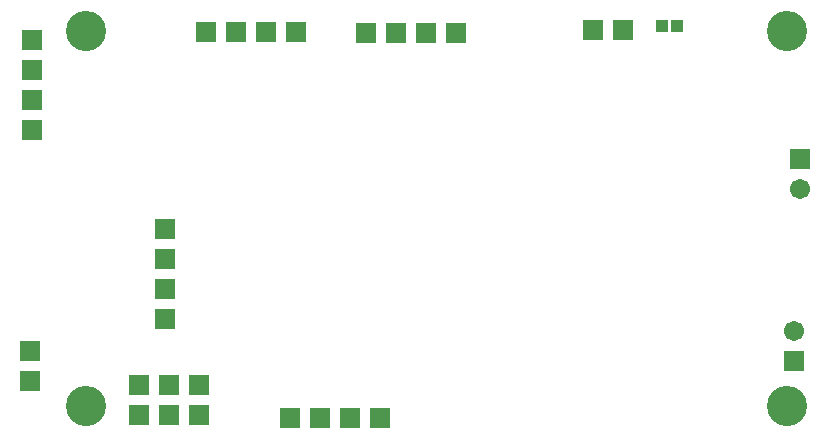
<source format=gbs>
G04*
G04 #@! TF.GenerationSoftware,Altium Limited,Altium Designer,21.6.4 (81)*
G04*
G04 Layer_Color=16711935*
%FSLAX44Y44*%
%MOMM*%
G71*
G04*
G04 #@! TF.SameCoordinates,0F59C336-1F8A-43A6-AFB2-A1A9F9B71EC4*
G04*
G04*
G04 #@! TF.FilePolarity,Negative*
G04*
G01*
G75*
%ADD54R,1.7032X1.7032*%
%ADD55C,1.7032*%
%ADD56R,1.7032X1.7032*%
%ADD57R,1.1032X1.1032*%
%ADD58C,3.4032*%
%ADD59C,3.4032*%
D54*
X678688Y237236D02*
D03*
X673608Y65786D02*
D03*
X26670Y49276D02*
D03*
Y74676D02*
D03*
X28702Y337312D02*
D03*
Y311912D02*
D03*
Y286512D02*
D03*
Y261112D02*
D03*
X140874Y101402D02*
D03*
Y126802D02*
D03*
Y152202D02*
D03*
Y177602D02*
D03*
D55*
X678688Y211836D02*
D03*
X673608Y91186D02*
D03*
D56*
X503428Y345948D02*
D03*
X528828D02*
D03*
X251972Y344114D02*
D03*
X226572D02*
D03*
X201172D02*
D03*
X175772D02*
D03*
X311150Y343408D02*
D03*
X336550D02*
D03*
X361950D02*
D03*
X387350D02*
D03*
X323346Y17978D02*
D03*
X297946D02*
D03*
X272546D02*
D03*
X247146D02*
D03*
X169616Y45628D02*
D03*
Y20228D02*
D03*
X144216Y45628D02*
D03*
Y20228D02*
D03*
X118816Y45628D02*
D03*
Y20228D02*
D03*
D57*
X561844Y349758D02*
D03*
X574294D02*
D03*
D58*
X73918Y345384D02*
D03*
X667374Y27376D02*
D03*
X667374Y345384D02*
D03*
D59*
X73918Y27376D02*
D03*
M02*

</source>
